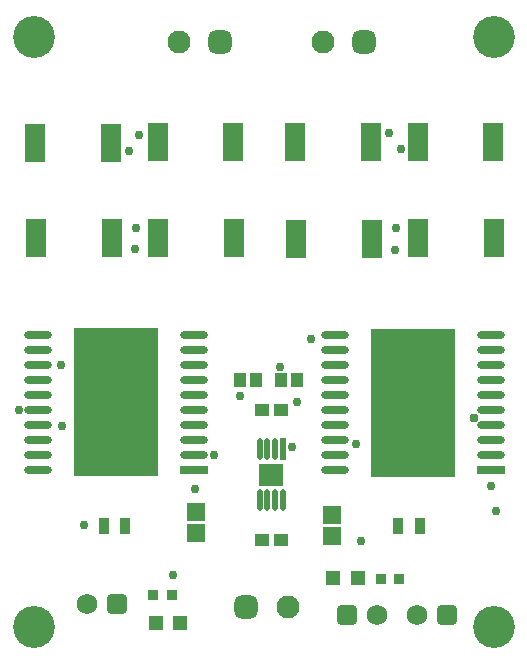
<source format=gts>
G04*
G04 #@! TF.GenerationSoftware,Altium Limited,Altium Designer,23.10.1 (27)*
G04*
G04 Layer_Color=8388736*
%FSLAX25Y25*%
%MOIN*%
G70*
G04*
G04 #@! TF.SameCoordinates,BE9A1C7D-6EBF-47CB-866B-E429BD166B13*
G04*
G04*
G04 #@! TF.FilePolarity,Negative*
G04*
G01*
G75*
%ADD19R,0.06772X0.12598*%
%ADD20R,0.03381X0.03591*%
%ADD21R,0.04724X0.04724*%
G04:AMPARAMS|DCode=22|XSize=92.7mil|YSize=25.17mil|CornerRadius=12.58mil|HoleSize=0mil|Usage=FLASHONLY|Rotation=180.000|XOffset=0mil|YOffset=0mil|HoleType=Round|Shape=RoundedRectangle|*
%AMROUNDEDRECTD22*
21,1,0.09270,0.00000,0,0,180.0*
21,1,0.06753,0.02517,0,0,180.0*
1,1,0.02517,-0.03376,0.00000*
1,1,0.02517,0.03376,0.00000*
1,1,0.02517,0.03376,0.00000*
1,1,0.02517,-0.03376,0.00000*
%
%ADD22ROUNDEDRECTD22*%
G04:AMPARAMS|DCode=23|XSize=92.7mil|YSize=25.17mil|CornerRadius=12.59mil|HoleSize=0mil|Usage=FLASHONLY|Rotation=180.000|XOffset=0mil|YOffset=0mil|HoleType=Round|Shape=RoundedRectangle|*
%AMROUNDEDRECTD23*
21,1,0.09270,0.00000,0,0,180.0*
21,1,0.06753,0.02517,0,0,180.0*
1,1,0.02517,-0.03376,0.00000*
1,1,0.02517,0.03376,0.00000*
1,1,0.02517,0.03376,0.00000*
1,1,0.02517,-0.03376,0.00000*
%
%ADD23ROUNDEDRECTD23*%
%ADD24R,0.09270X0.02517*%
%ADD25R,0.03740X0.05512*%
%ADD26R,0.06127X0.05924*%
%ADD28R,0.04953X0.03985*%
%ADD29R,0.04758X0.03985*%
G04:AMPARAMS|DCode=30|XSize=73.09mil|YSize=19.61mil|CornerRadius=9.8mil|HoleSize=0mil|Usage=FLASHONLY|Rotation=270.000|XOffset=0mil|YOffset=0mil|HoleType=Round|Shape=RoundedRectangle|*
%AMROUNDEDRECTD30*
21,1,0.07309,0.00000,0,0,270.0*
21,1,0.05348,0.01961,0,0,270.0*
1,1,0.01961,0.00000,-0.02674*
1,1,0.01961,0.00000,0.02674*
1,1,0.01961,0.00000,0.02674*
1,1,0.01961,0.00000,-0.02674*
%
%ADD30ROUNDEDRECTD30*%
%ADD31R,0.01961X0.07309*%
%ADD32R,0.28347X0.49606*%
%ADD33R,0.04134X0.04724*%
%ADD34R,0.08465X0.07268*%
G04:AMPARAMS|DCode=35|XSize=68.9mil|YSize=68.9mil|CornerRadius=18.7mil|HoleSize=0mil|Usage=FLASHONLY|Rotation=180.000|XOffset=0mil|YOffset=0mil|HoleType=Round|Shape=RoundedRectangle|*
%AMROUNDEDRECTD35*
21,1,0.06890,0.03150,0,0,180.0*
21,1,0.03150,0.06890,0,0,180.0*
1,1,0.03740,-0.01575,0.01575*
1,1,0.03740,0.01575,0.01575*
1,1,0.03740,0.01575,-0.01575*
1,1,0.03740,-0.01575,-0.01575*
%
%ADD35ROUNDEDRECTD35*%
%ADD36C,0.06890*%
G04:AMPARAMS|DCode=37|XSize=76.77mil|YSize=76.77mil|CornerRadius=20.67mil|HoleSize=0mil|Usage=FLASHONLY|Rotation=0.000|XOffset=0mil|YOffset=0mil|HoleType=Round|Shape=RoundedRectangle|*
%AMROUNDEDRECTD37*
21,1,0.07677,0.03543,0,0,0.0*
21,1,0.03543,0.07677,0,0,0.0*
1,1,0.04134,0.01772,-0.01772*
1,1,0.04134,-0.01772,-0.01772*
1,1,0.04134,-0.01772,0.01772*
1,1,0.04134,0.01772,0.01772*
%
%ADD37ROUNDEDRECTD37*%
%ADD38C,0.07677*%
%ADD39C,0.13976*%
%ADD40C,0.02991*%
%ADD41C,0.03091*%
%ADD42C,0.02953*%
%ADD43C,0.02992*%
D19*
X98949Y173500D02*
D03*
X124186D02*
D03*
X12682Y141400D02*
D03*
X37918D02*
D03*
X139882Y173500D02*
D03*
X165118D02*
D03*
X53214Y173400D02*
D03*
X78450D02*
D03*
X12282Y173200D02*
D03*
X37518D02*
D03*
X165318Y141400D02*
D03*
X140082D02*
D03*
X99382Y141300D02*
D03*
X124618D02*
D03*
X78618Y141500D02*
D03*
X53382D02*
D03*
D20*
X133700Y27900D02*
D03*
X127584D02*
D03*
X57910Y22600D02*
D03*
X51794D02*
D03*
D21*
X111566Y28100D02*
D03*
X119834D02*
D03*
X60734Y13200D02*
D03*
X52466D02*
D03*
D22*
X112315Y64100D02*
D03*
Y69100D02*
D03*
Y74100D02*
D03*
Y79100D02*
D03*
Y89100D02*
D03*
Y94100D02*
D03*
Y99100D02*
D03*
Y104100D02*
D03*
Y109100D02*
D03*
X164285D02*
D03*
Y104100D02*
D03*
Y99100D02*
D03*
Y94100D02*
D03*
Y89100D02*
D03*
Y84100D02*
D03*
Y79100D02*
D03*
Y74100D02*
D03*
Y69100D02*
D03*
X65385Y69300D02*
D03*
Y74300D02*
D03*
Y79300D02*
D03*
Y84300D02*
D03*
Y89300D02*
D03*
Y94300D02*
D03*
Y99300D02*
D03*
Y104300D02*
D03*
Y109300D02*
D03*
X13415D02*
D03*
Y104300D02*
D03*
Y99300D02*
D03*
Y94300D02*
D03*
Y89300D02*
D03*
Y84300D02*
D03*
Y79300D02*
D03*
Y74300D02*
D03*
Y69300D02*
D03*
Y64300D02*
D03*
D23*
X112315Y84100D02*
D03*
D24*
X164285Y64100D02*
D03*
X65385Y64300D02*
D03*
D25*
X133458Y45400D02*
D03*
X140742D02*
D03*
X35158D02*
D03*
X42442D02*
D03*
D26*
X65900Y50246D02*
D03*
Y43154D02*
D03*
X111400Y42254D02*
D03*
Y49346D02*
D03*
D28*
X94200Y40800D02*
D03*
X88082D02*
D03*
D29*
X94157Y84200D02*
D03*
X87843D02*
D03*
D30*
X94839Y54232D02*
D03*
X92279D02*
D03*
X89720D02*
D03*
X87161D02*
D03*
Y71168D02*
D03*
X89720D02*
D03*
X92279D02*
D03*
D31*
X94839D02*
D03*
D32*
X138300Y86600D02*
D03*
X39400Y86800D02*
D03*
D33*
X86056Y94200D02*
D03*
X80544D02*
D03*
X99656D02*
D03*
X94144D02*
D03*
D34*
X91000Y62700D02*
D03*
D35*
X149500Y16000D02*
D03*
X39600Y19700D02*
D03*
X116200Y16000D02*
D03*
D36*
X139500Y16000D02*
D03*
X29600Y19700D02*
D03*
X126200Y16000D02*
D03*
D37*
X82720Y18500D02*
D03*
X122000Y207000D02*
D03*
X74000D02*
D03*
D38*
X96500Y18500D02*
D03*
X108220Y207000D02*
D03*
X60220D02*
D03*
D39*
X11811Y208661D02*
D03*
X165354Y11811D02*
D03*
X11811D02*
D03*
X165354Y208661D02*
D03*
D40*
X147800Y106100D02*
D03*
X65600Y58000D02*
D03*
X7000Y84300D02*
D03*
X132400Y137700D02*
D03*
X132500Y144900D02*
D03*
X45800Y145000D02*
D03*
X45700Y137800D02*
D03*
X128400Y66200D02*
D03*
X128500Y73800D02*
D03*
X138244Y66144D02*
D03*
X138300Y73800D02*
D03*
Y82101D02*
D03*
X49400Y97800D02*
D03*
X30400D02*
D03*
X39900D02*
D03*
X92900Y61600D02*
D03*
X89400Y64300D02*
D03*
X30400Y65800D02*
D03*
X147800Y66100D02*
D03*
Y90100D02*
D03*
Y82100D02*
D03*
X138300Y90100D02*
D03*
Y98100D02*
D03*
Y106100D02*
D03*
X147800Y98100D02*
D03*
Y74100D02*
D03*
X128800Y90100D02*
D03*
Y98100D02*
D03*
Y106100D02*
D03*
X49400Y81800D02*
D03*
X39900D02*
D03*
Y89800D02*
D03*
Y73800D02*
D03*
X49400Y105800D02*
D03*
Y65800D02*
D03*
Y73800D02*
D03*
Y89800D02*
D03*
X39900Y65800D02*
D03*
X30400Y73800D02*
D03*
Y81800D02*
D03*
Y89800D02*
D03*
Y105800D02*
D03*
X39900D02*
D03*
D41*
X158500Y81600D02*
D03*
D42*
X134200Y171100D02*
D03*
X47000Y175900D02*
D03*
X119289Y72901D02*
D03*
X120800Y40500D02*
D03*
X99500Y87000D02*
D03*
X80500Y88800D02*
D03*
X58200Y29200D02*
D03*
X28500Y45900D02*
D03*
X21400Y79000D02*
D03*
X104300Y108000D02*
D03*
X94100Y98600D02*
D03*
X165800Y50400D02*
D03*
X71800Y69300D02*
D03*
X21100Y99300D02*
D03*
X97900Y72000D02*
D03*
X43764Y170451D02*
D03*
X130300Y176600D02*
D03*
X164200Y58900D02*
D03*
D43*
X128800Y82100D02*
D03*
M02*

</source>
